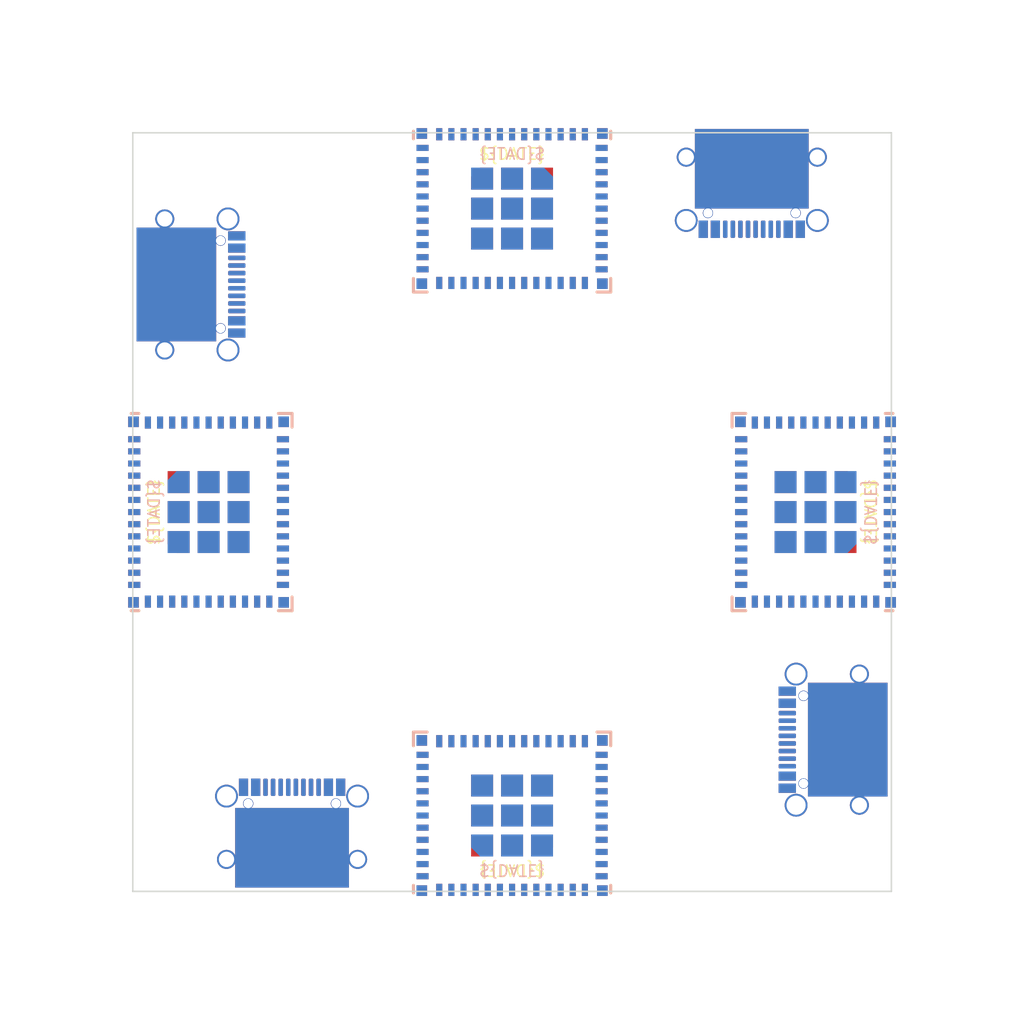
<source format=kicad_pcb>
(kicad_pcb (version 20211014) (generator pcbnew)
  (layers (0 "F.Cu" signal) (31 "B.Cu" signal) (34 "B.Paste" user) (35 "F.Paste" user) (36 "B.SilkS" user "B.Silkscreen") (37 "F.SilkS" user "F.Silkscreen") (38 "B.Mask" user) (39 "F.Mask" user) (44 "Edge.Cuts" user))
  (net 0 "")
  (net 1 "Net-(U1-Pad1)")
  (net 33 "Net-(U2-Pad1)")
  (net 65 "Net-(U3-Pad1)")
  (net 97 "Net-(U4-Pad1)")
  (net 129 "Net-(U5-Pad1)")
  (net 161 "Net-(U6-Pad1)")
  (net 193 "Net-(U7-Pad1)")
  (net 225 "Net-(U8-Pad1)")
  (net 257 "Net-(J1-PadA1)")
  (net 258 "Net-(J1-PadA4)")
  (net 260 "Net-(J1-PadA6)")
  (net 261 "Net-(J1-PadA7)")
  (net 266 "Net-(J2-PadA1)")
  (net 267 "Net-(J2-PadA4)")
  (net 269 "Net-(J2-PadA6)")
  (net 270 "Net-(J2-PadA7)")
  (net 275 "Net-(J3-PadA1)")
  (net 276 "Net-(J3-PadA4)")
  (net 278 "Net-(J3-PadA6)")
  (net 279 "Net-(J3-PadA7)")
  (net 284 "Net-(J4-PadA1)")
  (net 285 "Net-(J4-PadA4)")
  (net 287 "Net-(J4-PadA6)")
  (net 288 "Net-(J4-PadA7)")
  (net 293 "Net-(J5-PadA1)")
  (net 294 "Net-(J5-PadA4)")
  (net 296 "Net-(J5-PadA6)")
  (net 297 "Net-(J5-PadA7)")
  (net 302 "Net-(J6-PadA1)")
  (net 303 "Net-(J6-PadA4)")
  (net 305 "Net-(J6-PadA6)")
  (net 306 "Net-(J6-PadA7)")
  (net 311 "Net-(J7-PadA1)")
  (net 312 "Net-(J7-PadA4)")
  (net 314 "Net-(J7-PadA6)")
  (net 315 "Net-(J7-PadA7)")
  (net 320 "Net-(J8-PadA1)")
  (net 321 "Net-(J8-PadA4)")
  (net 323 "Net-(J8-PadA6)")
  (net 324 "Net-(J8-PadA7)")
  (footprint "RevK:ESP32-PICO-MINI-02" (layer "F.Cu") (at 65 75 90)
    (fp_text reference "U3" hide)
    (fp_text value "ESP32-PICO-MINI-02")
  )
  (footprint "RevK:ESP32-PICO-MINI-02" (layer "F.Cu") (at 85 55)
    (fp_text reference "U7" hide)
    (fp_text value "ESP32-PICO-MINI-02")
  )
  (footprint "RevK:USC16-TR-Round" (layer "F.Cu") (at 110 90 90)
    (fp_text reference "J3" hide)
    (fp_text value "USB-C")
  )
  (footprint "RevK:USC16-TR-Round" (layer "F.Cu") (at 70.5 100)
    (fp_text reference "J4" hide)
    (fp_text value "USB-C")
  )
  (footprint "RevK:USC16-TR-Round" (layer "F.Cu") (at 60 60 -90)
    (fp_text reference "J8" hide)
    (fp_text value "USB-C")
  )
  (footprint "RevK:ESP32-PICO-MINI-02" (layer "F.Cu") (at 85 95 180)
    (fp_text reference "U6" hide)
    (fp_text value "ESP32-PICO-MINI-02")
  )
  (footprint "RevK:USC16-TR-Round" (layer "F.Cu") (at 100.8 49.5 180)
    (fp_text reference "J1" hide)
    (fp_text value "USB-C")
  )
  (footprint "RevK:ESP32-PICO-MINI-02" (layer "F.Cu") (at 105 75 -90)
    (fp_text reference "U8" hide)
    (fp_text value "ESP32-PICO-MINI-02")
  )
  (footprint "RevK:USC16-TR-Round" (layer "B.Cu") (at 100.8 49.5)
    (fp_text reference "J5" hide)
    (fp_text value "USB-C")
  )
  (footprint "RevK:USC16-TR-Round" (layer "B.Cu") (at 60 60 90)
    (fp_text reference "J7" hide)
    (fp_text value "USB-C")
  )
  (footprint "RevK:ESP32-PICO-MINI-02" (layer "B.Cu") (at 85 95)
    (fp_text reference "U5" hide)
    (fp_text value "ESP32-PICO-MINI-02")
  )
  (footprint "RevK:USC16-TR-Round" (layer "B.Cu") (at 70.5 100 180)
    (fp_text reference "J6" hide)
    (fp_text value "USB-C")
  )
  (footprint "RevK:ESP32-PICO-MINI-02" (layer "B.Cu") (at 65 75 -90)
    (fp_text reference "U2" hide)
    (fp_text value "ESP32-PICO-MINI-02")
  )
  (footprint "RevK:ESP32-PICO-MINI-02" (layer "B.Cu") (at 85 55 180)
    (fp_text reference "U4" hide)
    (fp_text value "ESP32-PICO-MINI-02")
  )
  (footprint "RevK:USC16-TR-Round" (layer "B.Cu") (at 110 90 -90)
    (fp_text reference "J2" hide)
    (fp_text value "USB-C")
  )
  (footprint "RevK:ESP32-PICO-MINI-02" (layer "B.Cu") (at 105 75 90)
    (fp_text reference "U1" hide)
    (fp_text value "ESP32-PICO-MINI-02")
  )
  (gr_line (start 110 50) (end 110 100) (layer "Edge.Cuts") (width 0.1))
  (gr_line (start 60 100) (end 60 50) (layer "Edge.Cuts") (width 0.1))
  (gr_line (start 110 100) (end 60 100) (layer "Edge.Cuts") (width 0.1))
  (gr_line (start 60 50) (end 110 50) (layer "Edge.Cuts") (width 0.1))
)
</source>
